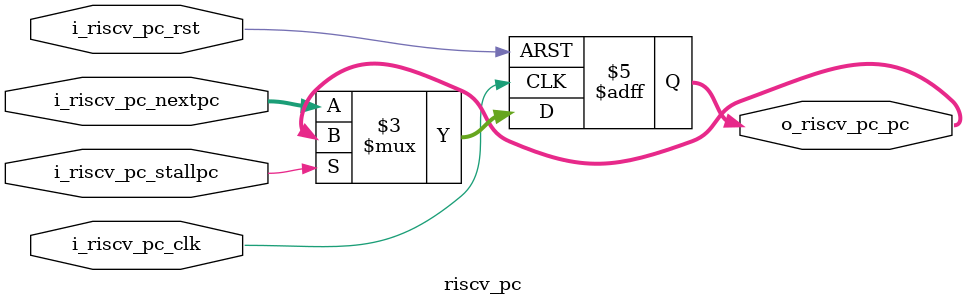
<source format=sv>
module riscv_pc #(parameter width =64)(
 input  logic               i_riscv_pc_clk,
 input  logic               i_riscv_pc_rst,               //active high rst 
 input  logic               i_riscv_pc_stallpc,
 input  logic [width-1:0]   i_riscv_pc_nextpc,
 output logic [width-1:0]   o_riscv_pc_pc);
 
 always_ff @(posedge i_riscv_pc_clk or posedge i_riscv_pc_rst)
 begin
   if(i_riscv_pc_rst)
     o_riscv_pc_pc<='h80000062;
   else
    if(!i_riscv_pc_stallpc)
     o_riscv_pc_pc<=i_riscv_pc_nextpc;
 end 
 endmodule
</source>
